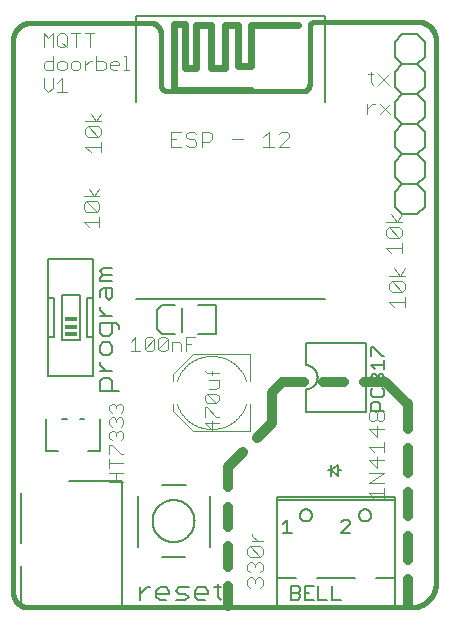
<source format=gto>
G75*
%MOIN*%
%OFA0B0*%
%FSLAX25Y25*%
%IPPOS*%
%LPD*%
%AMOC8*
5,1,8,0,0,1.08239X$1,22.5*
%
%ADD10C,0.00400*%
%ADD11C,0.00600*%
%ADD12C,0.03200*%
%ADD13C,0.01600*%
%ADD14C,0.00800*%
%ADD15C,0.00500*%
%ADD16C,0.02400*%
%ADD17R,0.04000X0.01500*%
D10*
X0037609Y0058622D02*
X0042213Y0058622D01*
X0042213Y0061691D02*
X0037609Y0061691D01*
X0037609Y0063226D02*
X0037609Y0066295D01*
X0037609Y0064761D02*
X0042213Y0064761D01*
X0042213Y0067830D02*
X0041446Y0067830D01*
X0038377Y0070899D01*
X0037609Y0070899D01*
X0037609Y0067830D01*
X0038377Y0072434D02*
X0037609Y0073201D01*
X0037609Y0074736D01*
X0038377Y0075503D01*
X0039144Y0075503D01*
X0039911Y0074736D01*
X0040679Y0075503D01*
X0041446Y0075503D01*
X0042213Y0074736D01*
X0042213Y0073201D01*
X0041446Y0072434D01*
X0039911Y0073968D02*
X0039911Y0074736D01*
X0038377Y0077038D02*
X0037609Y0077805D01*
X0037609Y0079340D01*
X0038377Y0080107D01*
X0039144Y0080107D01*
X0039911Y0079340D01*
X0040679Y0080107D01*
X0041446Y0080107D01*
X0042213Y0079340D01*
X0042213Y0077805D01*
X0041446Y0077038D01*
X0039911Y0078572D02*
X0039911Y0079340D01*
X0038377Y0081642D02*
X0037609Y0082409D01*
X0037609Y0083944D01*
X0038377Y0084711D01*
X0039144Y0084711D01*
X0039911Y0083944D01*
X0040679Y0084711D01*
X0041446Y0084711D01*
X0042213Y0083944D01*
X0042213Y0082409D01*
X0041446Y0081642D01*
X0039911Y0083176D02*
X0039911Y0083944D01*
X0044776Y0102259D02*
X0047846Y0102259D01*
X0046311Y0102259D02*
X0046311Y0106863D01*
X0044776Y0105328D01*
X0049380Y0106096D02*
X0049380Y0103026D01*
X0052450Y0106096D01*
X0052450Y0103026D01*
X0051682Y0102259D01*
X0050148Y0102259D01*
X0049380Y0103026D01*
X0049380Y0106096D02*
X0050148Y0106863D01*
X0051682Y0106863D01*
X0052450Y0106096D01*
X0053984Y0106096D02*
X0054752Y0106863D01*
X0056286Y0106863D01*
X0057054Y0106096D01*
X0053984Y0103026D01*
X0054752Y0102259D01*
X0056286Y0102259D01*
X0057054Y0103026D01*
X0057054Y0106096D01*
X0058588Y0105328D02*
X0060890Y0105328D01*
X0061657Y0104561D01*
X0061657Y0102259D01*
X0063192Y0102259D02*
X0063192Y0106863D01*
X0066261Y0106863D01*
X0064727Y0104561D02*
X0063192Y0104561D01*
X0065564Y0101185D02*
X0084461Y0101185D01*
X0084461Y0092130D01*
X0084461Y0084650D02*
X0084461Y0075594D01*
X0065564Y0075594D01*
X0058871Y0082287D01*
X0058871Y0084650D01*
X0058871Y0092130D02*
X0058871Y0094492D01*
X0065564Y0101185D01*
X0069453Y0095720D02*
X0070220Y0094953D01*
X0074057Y0094953D01*
X0074057Y0092651D02*
X0070987Y0092651D01*
X0071755Y0094186D02*
X0071755Y0095720D01*
X0074057Y0092651D02*
X0074057Y0090349D01*
X0073289Y0089582D01*
X0070987Y0089582D01*
X0060051Y0084650D02*
X0060146Y0084367D01*
X0060248Y0084086D01*
X0060357Y0083809D01*
X0060472Y0083533D01*
X0060594Y0083261D01*
X0060723Y0082992D01*
X0060858Y0082726D01*
X0061000Y0082464D01*
X0061148Y0082205D01*
X0061302Y0081949D01*
X0061463Y0081698D01*
X0061630Y0081450D01*
X0061802Y0081207D01*
X0061981Y0080968D01*
X0062165Y0080733D01*
X0062355Y0080503D01*
X0062551Y0080278D01*
X0062752Y0080058D01*
X0062958Y0079842D01*
X0063170Y0079632D01*
X0063386Y0079427D01*
X0063608Y0079227D01*
X0063835Y0079033D01*
X0064066Y0078844D01*
X0064301Y0078661D01*
X0064541Y0078484D01*
X0064786Y0078313D01*
X0065034Y0078148D01*
X0065287Y0077989D01*
X0065543Y0077836D01*
X0065803Y0077689D01*
X0066066Y0077549D01*
X0066333Y0077415D01*
X0066603Y0077288D01*
X0066876Y0077168D01*
X0067151Y0077054D01*
X0067430Y0076947D01*
X0067711Y0076847D01*
X0067994Y0076754D01*
X0068280Y0076667D01*
X0068568Y0076588D01*
X0068857Y0076516D01*
X0069148Y0076451D01*
X0069441Y0076393D01*
X0069735Y0076342D01*
X0070030Y0076298D01*
X0070326Y0076262D01*
X0070623Y0076233D01*
X0070921Y0076211D01*
X0071219Y0076196D01*
X0071517Y0076189D01*
X0071815Y0076189D01*
X0072113Y0076196D01*
X0072411Y0076211D01*
X0072709Y0076233D01*
X0073006Y0076262D01*
X0073302Y0076298D01*
X0073597Y0076342D01*
X0073891Y0076393D01*
X0074184Y0076451D01*
X0074475Y0076516D01*
X0074764Y0076588D01*
X0075052Y0076667D01*
X0075338Y0076754D01*
X0075621Y0076847D01*
X0075902Y0076947D01*
X0076181Y0077054D01*
X0076456Y0077168D01*
X0076729Y0077288D01*
X0076999Y0077415D01*
X0077266Y0077549D01*
X0077529Y0077689D01*
X0077789Y0077836D01*
X0078045Y0077989D01*
X0078298Y0078148D01*
X0078546Y0078313D01*
X0078791Y0078484D01*
X0079031Y0078661D01*
X0079266Y0078844D01*
X0079497Y0079033D01*
X0079724Y0079227D01*
X0079946Y0079427D01*
X0080162Y0079632D01*
X0080374Y0079842D01*
X0080580Y0080058D01*
X0080781Y0080278D01*
X0080977Y0080503D01*
X0081167Y0080733D01*
X0081351Y0080968D01*
X0081530Y0081207D01*
X0081702Y0081450D01*
X0081869Y0081698D01*
X0082030Y0081949D01*
X0082184Y0082205D01*
X0082332Y0082464D01*
X0082474Y0082726D01*
X0082609Y0082992D01*
X0082738Y0083261D01*
X0082860Y0083533D01*
X0082975Y0083809D01*
X0083084Y0084086D01*
X0083186Y0084367D01*
X0083281Y0084650D01*
X0074057Y0085745D02*
X0073289Y0084978D01*
X0070220Y0088047D01*
X0073289Y0088047D01*
X0074057Y0087280D01*
X0074057Y0085745D01*
X0073289Y0084978D02*
X0070220Y0084978D01*
X0069453Y0085745D01*
X0069453Y0087280D01*
X0070220Y0088047D01*
X0060051Y0092130D02*
X0060146Y0092413D01*
X0060248Y0092694D01*
X0060357Y0092971D01*
X0060472Y0093247D01*
X0060594Y0093519D01*
X0060723Y0093788D01*
X0060858Y0094054D01*
X0061000Y0094316D01*
X0061148Y0094575D01*
X0061302Y0094831D01*
X0061463Y0095082D01*
X0061630Y0095330D01*
X0061802Y0095573D01*
X0061981Y0095812D01*
X0062165Y0096047D01*
X0062355Y0096277D01*
X0062551Y0096502D01*
X0062752Y0096722D01*
X0062958Y0096938D01*
X0063170Y0097148D01*
X0063386Y0097353D01*
X0063608Y0097553D01*
X0063835Y0097747D01*
X0064066Y0097936D01*
X0064301Y0098119D01*
X0064541Y0098296D01*
X0064786Y0098467D01*
X0065034Y0098632D01*
X0065287Y0098791D01*
X0065543Y0098944D01*
X0065803Y0099091D01*
X0066066Y0099231D01*
X0066333Y0099365D01*
X0066603Y0099492D01*
X0066876Y0099612D01*
X0067151Y0099726D01*
X0067430Y0099833D01*
X0067711Y0099933D01*
X0067994Y0100026D01*
X0068280Y0100113D01*
X0068568Y0100192D01*
X0068857Y0100264D01*
X0069148Y0100329D01*
X0069441Y0100387D01*
X0069735Y0100438D01*
X0070030Y0100482D01*
X0070326Y0100518D01*
X0070623Y0100547D01*
X0070921Y0100569D01*
X0071219Y0100584D01*
X0071517Y0100591D01*
X0071815Y0100591D01*
X0072113Y0100584D01*
X0072411Y0100569D01*
X0072709Y0100547D01*
X0073006Y0100518D01*
X0073302Y0100482D01*
X0073597Y0100438D01*
X0073891Y0100387D01*
X0074184Y0100329D01*
X0074475Y0100264D01*
X0074764Y0100192D01*
X0075052Y0100113D01*
X0075338Y0100026D01*
X0075621Y0099933D01*
X0075902Y0099833D01*
X0076181Y0099726D01*
X0076456Y0099612D01*
X0076729Y0099492D01*
X0076999Y0099365D01*
X0077266Y0099231D01*
X0077529Y0099091D01*
X0077789Y0098944D01*
X0078045Y0098791D01*
X0078298Y0098632D01*
X0078546Y0098467D01*
X0078791Y0098296D01*
X0079031Y0098119D01*
X0079266Y0097936D01*
X0079497Y0097747D01*
X0079724Y0097553D01*
X0079946Y0097353D01*
X0080162Y0097148D01*
X0080374Y0096938D01*
X0080580Y0096722D01*
X0080781Y0096502D01*
X0080977Y0096277D01*
X0081167Y0096047D01*
X0081351Y0095812D01*
X0081530Y0095573D01*
X0081702Y0095330D01*
X0081869Y0095082D01*
X0082030Y0094831D01*
X0082184Y0094575D01*
X0082332Y0094316D01*
X0082474Y0094054D01*
X0082609Y0093788D01*
X0082738Y0093519D01*
X0082860Y0093247D01*
X0082975Y0092971D01*
X0083084Y0092694D01*
X0083186Y0092413D01*
X0083281Y0092130D01*
X0074057Y0080374D02*
X0073289Y0080374D01*
X0070220Y0083443D01*
X0069453Y0083443D01*
X0069453Y0080374D01*
X0069453Y0078072D02*
X0071755Y0075770D01*
X0071755Y0078839D01*
X0074057Y0078072D02*
X0069453Y0078072D01*
X0058588Y0102259D02*
X0058588Y0105328D01*
X0053984Y0106096D02*
X0053984Y0103026D01*
X0039911Y0061691D02*
X0039911Y0058622D01*
X0083522Y0036197D02*
X0084390Y0037064D01*
X0087859Y0033595D01*
X0088727Y0034462D01*
X0088727Y0036197D01*
X0087859Y0037064D01*
X0084390Y0037064D01*
X0083522Y0036197D02*
X0083522Y0034462D01*
X0084390Y0033595D01*
X0087859Y0033595D01*
X0087859Y0031908D02*
X0086992Y0031908D01*
X0086125Y0031041D01*
X0086125Y0030173D01*
X0086125Y0031041D02*
X0085257Y0031908D01*
X0084390Y0031908D01*
X0083522Y0031041D01*
X0083522Y0029306D01*
X0084390Y0028438D01*
X0084390Y0026752D02*
X0085257Y0026752D01*
X0086125Y0025884D01*
X0086992Y0026752D01*
X0087859Y0026752D01*
X0088727Y0025884D01*
X0088727Y0024149D01*
X0087859Y0023282D01*
X0086125Y0025017D02*
X0086125Y0025884D01*
X0087859Y0028438D02*
X0088727Y0029306D01*
X0088727Y0031041D01*
X0087859Y0031908D01*
X0084390Y0026752D02*
X0083522Y0025884D01*
X0083522Y0024149D01*
X0084390Y0023282D01*
X0085257Y0038751D02*
X0088727Y0038751D01*
X0086992Y0038751D02*
X0085257Y0040486D01*
X0085257Y0041353D01*
X0124075Y0054765D02*
X0129280Y0054765D01*
X0129280Y0053030D02*
X0129280Y0056500D01*
X0129280Y0058186D02*
X0124075Y0058186D01*
X0129280Y0061656D01*
X0124075Y0061656D01*
X0126677Y0063343D02*
X0124075Y0065945D01*
X0129280Y0065945D01*
X0129280Y0068499D02*
X0129280Y0071969D01*
X0129280Y0070234D02*
X0124075Y0070234D01*
X0125810Y0068499D01*
X0126677Y0066812D02*
X0126677Y0063343D01*
X0124075Y0054765D02*
X0125810Y0053030D01*
X0126677Y0073656D02*
X0126677Y0077125D01*
X0125810Y0078812D02*
X0124942Y0078812D01*
X0124075Y0079679D01*
X0124075Y0081414D01*
X0124942Y0082282D01*
X0125810Y0082282D01*
X0126677Y0081414D01*
X0126677Y0079679D01*
X0125810Y0078812D01*
X0126677Y0079679D02*
X0127545Y0078812D01*
X0128412Y0078812D01*
X0129280Y0079679D01*
X0129280Y0081414D01*
X0128412Y0082282D01*
X0127545Y0082282D01*
X0126677Y0081414D01*
X0124075Y0076258D02*
X0126677Y0073656D01*
X0124075Y0076258D02*
X0129280Y0076258D01*
X0132601Y0116892D02*
X0130866Y0118627D01*
X0136071Y0118627D01*
X0136071Y0116892D02*
X0136071Y0120362D01*
X0135203Y0122049D02*
X0131734Y0125518D01*
X0135203Y0125518D01*
X0136071Y0124651D01*
X0136071Y0122916D01*
X0135203Y0122049D01*
X0131734Y0122049D01*
X0130866Y0122916D01*
X0130866Y0124651D01*
X0131734Y0125518D01*
X0130866Y0127205D02*
X0136071Y0127205D01*
X0134336Y0127205D02*
X0136071Y0129807D01*
X0134336Y0127205D02*
X0132601Y0129807D01*
X0131608Y0134846D02*
X0129873Y0136580D01*
X0135077Y0136580D01*
X0135077Y0134846D02*
X0135077Y0138315D01*
X0134210Y0140002D02*
X0130740Y0143472D01*
X0134210Y0143472D01*
X0135077Y0142604D01*
X0135077Y0140869D01*
X0134210Y0140002D01*
X0130740Y0140002D01*
X0129873Y0140869D01*
X0129873Y0142604D01*
X0130740Y0143472D01*
X0129873Y0145158D02*
X0135077Y0145158D01*
X0133342Y0145158D02*
X0135077Y0147761D01*
X0133342Y0145158D02*
X0131608Y0147761D01*
X0131208Y0181109D02*
X0127738Y0184579D01*
X0126043Y0184579D02*
X0125176Y0184579D01*
X0123441Y0182844D01*
X0123441Y0181109D02*
X0123441Y0184579D01*
X0127738Y0181109D02*
X0131208Y0184579D01*
X0130742Y0190952D02*
X0127272Y0194422D01*
X0125569Y0194422D02*
X0123835Y0194422D01*
X0124702Y0195289D02*
X0124702Y0191819D01*
X0125569Y0190952D01*
X0127272Y0190952D02*
X0130742Y0194422D01*
X0097593Y0174478D02*
X0097593Y0173611D01*
X0094123Y0170141D01*
X0097593Y0170141D01*
X0097593Y0174478D02*
X0096726Y0175345D01*
X0094991Y0175345D01*
X0094123Y0174478D01*
X0090702Y0175345D02*
X0090702Y0170141D01*
X0088967Y0170141D02*
X0092437Y0170141D01*
X0088967Y0173611D02*
X0090702Y0175345D01*
X0082124Y0172743D02*
X0078654Y0172743D01*
X0071811Y0172743D02*
X0070944Y0171876D01*
X0068341Y0171876D01*
X0068341Y0170141D02*
X0068341Y0175345D01*
X0070944Y0175345D01*
X0071811Y0174478D01*
X0071811Y0172743D01*
X0066655Y0171876D02*
X0066655Y0171008D01*
X0065787Y0170141D01*
X0064052Y0170141D01*
X0063185Y0171008D01*
X0061498Y0170141D02*
X0058029Y0170141D01*
X0058029Y0175345D01*
X0061498Y0175345D01*
X0063185Y0174478D02*
X0063185Y0173611D01*
X0064052Y0172743D01*
X0065787Y0172743D01*
X0066655Y0171876D01*
X0066655Y0174478D02*
X0065787Y0175345D01*
X0064052Y0175345D01*
X0063185Y0174478D01*
X0059764Y0172743D02*
X0058029Y0172743D01*
X0044053Y0195955D02*
X0042518Y0195955D01*
X0043286Y0195955D02*
X0043286Y0200559D01*
X0042518Y0200559D01*
X0040216Y0199024D02*
X0040984Y0198257D01*
X0040984Y0197490D01*
X0037915Y0197490D01*
X0037915Y0198257D02*
X0037915Y0196722D01*
X0038682Y0195955D01*
X0040216Y0195955D01*
X0040216Y0199024D02*
X0038682Y0199024D01*
X0037915Y0198257D01*
X0036380Y0198257D02*
X0036380Y0196722D01*
X0035613Y0195955D01*
X0033311Y0195955D01*
X0033311Y0200559D01*
X0033311Y0199024D02*
X0035613Y0199024D01*
X0036380Y0198257D01*
X0031776Y0199024D02*
X0031009Y0199024D01*
X0029474Y0197490D01*
X0029474Y0199024D02*
X0029474Y0195955D01*
X0027939Y0196722D02*
X0027939Y0198257D01*
X0027172Y0199024D01*
X0025637Y0199024D01*
X0024870Y0198257D01*
X0024870Y0196722D01*
X0025637Y0195955D01*
X0027172Y0195955D01*
X0027939Y0196722D01*
X0023335Y0196722D02*
X0023335Y0198257D01*
X0022568Y0199024D01*
X0021033Y0199024D01*
X0020266Y0198257D01*
X0020266Y0196722D01*
X0021033Y0195955D01*
X0022568Y0195955D01*
X0023335Y0196722D01*
X0021801Y0193059D02*
X0021801Y0188455D01*
X0023335Y0188455D02*
X0020266Y0188455D01*
X0018731Y0189990D02*
X0018731Y0193059D01*
X0020266Y0191524D02*
X0021801Y0193059D01*
X0018731Y0195955D02*
X0016430Y0195955D01*
X0015662Y0196722D01*
X0015662Y0198257D01*
X0016430Y0199024D01*
X0018731Y0199024D01*
X0018731Y0200559D02*
X0018731Y0195955D01*
X0015662Y0193059D02*
X0015662Y0189990D01*
X0017197Y0188455D01*
X0018731Y0189990D01*
X0018731Y0203455D02*
X0018731Y0208059D01*
X0017197Y0206524D01*
X0015662Y0208059D01*
X0015662Y0203455D01*
X0020266Y0204222D02*
X0021033Y0203455D01*
X0022568Y0203455D01*
X0023335Y0204222D01*
X0023335Y0207292D01*
X0022568Y0208059D01*
X0021033Y0208059D01*
X0020266Y0207292D01*
X0020266Y0204222D01*
X0021801Y0204990D02*
X0023335Y0203455D01*
X0026405Y0203455D02*
X0026405Y0208059D01*
X0027939Y0208059D02*
X0024870Y0208059D01*
X0029474Y0208059D02*
X0032543Y0208059D01*
X0031009Y0208059D02*
X0031009Y0203455D01*
X0031339Y0181369D02*
X0033074Y0178767D01*
X0034809Y0181369D01*
X0034809Y0178767D02*
X0029604Y0178767D01*
X0030472Y0177080D02*
X0033941Y0173611D01*
X0034809Y0174478D01*
X0034809Y0176213D01*
X0033941Y0177080D01*
X0030472Y0177080D01*
X0029604Y0176213D01*
X0029604Y0174478D01*
X0030472Y0173611D01*
X0033941Y0173611D01*
X0034809Y0171924D02*
X0034809Y0168454D01*
X0034809Y0170189D02*
X0029604Y0170189D01*
X0031339Y0168454D01*
X0030739Y0156366D02*
X0032474Y0153764D01*
X0034209Y0156366D01*
X0034209Y0153764D02*
X0029004Y0153764D01*
X0029872Y0152077D02*
X0029004Y0151210D01*
X0029004Y0149475D01*
X0029872Y0148608D01*
X0033341Y0148608D01*
X0029872Y0152077D01*
X0033341Y0152077D01*
X0034209Y0151210D01*
X0034209Y0149475D01*
X0033341Y0148608D01*
X0034209Y0146921D02*
X0034209Y0143451D01*
X0034209Y0145186D02*
X0029004Y0145186D01*
X0030739Y0143451D01*
D11*
X0032260Y0133030D02*
X0032260Y0120030D01*
X0032260Y0107030D01*
X0030260Y0107030D01*
X0030260Y0120030D01*
X0032260Y0120030D01*
X0034332Y0120173D02*
X0034332Y0122309D01*
X0035400Y0123376D01*
X0038602Y0123376D01*
X0038602Y0120173D01*
X0037535Y0119106D01*
X0036467Y0120173D01*
X0036467Y0123376D01*
X0034332Y0125551D02*
X0034332Y0126619D01*
X0035400Y0127686D01*
X0034332Y0128754D01*
X0035400Y0129822D01*
X0038602Y0129822D01*
X0038602Y0127686D02*
X0035400Y0127686D01*
X0034332Y0125551D02*
X0038602Y0125551D01*
X0034332Y0116937D02*
X0034332Y0115870D01*
X0036467Y0113735D01*
X0038602Y0113735D02*
X0034332Y0113735D01*
X0034332Y0111559D02*
X0034332Y0108357D01*
X0035400Y0107289D01*
X0037535Y0107289D01*
X0038602Y0108357D01*
X0038602Y0111559D01*
X0039670Y0111559D02*
X0034332Y0111559D01*
X0032260Y0107030D02*
X0032260Y0094030D01*
X0017260Y0094030D01*
X0017260Y0107030D01*
X0017260Y0120030D01*
X0019260Y0120030D01*
X0019260Y0107030D01*
X0017260Y0107030D01*
X0021760Y0106030D02*
X0027760Y0106030D01*
X0027760Y0121030D01*
X0021760Y0121030D01*
X0021760Y0106030D01*
X0017260Y0120030D02*
X0017260Y0133030D01*
X0032260Y0133030D01*
X0039670Y0111559D02*
X0040738Y0110492D01*
X0040738Y0109424D01*
X0037535Y0105114D02*
X0035400Y0105114D01*
X0034332Y0104046D01*
X0034332Y0101911D01*
X0035400Y0100844D01*
X0037535Y0100844D01*
X0038602Y0101911D01*
X0038602Y0104046D01*
X0037535Y0105114D01*
X0034332Y0098675D02*
X0034332Y0097607D01*
X0036467Y0095472D01*
X0038602Y0095472D02*
X0034332Y0095472D01*
X0035400Y0093297D02*
X0037535Y0093297D01*
X0038602Y0092230D01*
X0038602Y0089027D01*
X0040738Y0089027D02*
X0034332Y0089027D01*
X0034332Y0092230D01*
X0035400Y0093297D01*
X0034550Y0079482D02*
X0034550Y0068802D01*
X0030381Y0068802D01*
X0029290Y0079513D02*
X0027877Y0079513D01*
X0023384Y0079513D02*
X0021972Y0079513D01*
X0016657Y0079482D02*
X0016657Y0068802D01*
X0020628Y0068802D01*
X0047950Y0023450D02*
X0047950Y0019180D01*
X0047950Y0021315D02*
X0050085Y0023450D01*
X0051152Y0023450D01*
X0053321Y0022382D02*
X0053321Y0020247D01*
X0054388Y0019180D01*
X0056524Y0019180D01*
X0057591Y0021315D02*
X0053321Y0021315D01*
X0053321Y0022382D02*
X0054388Y0023450D01*
X0056524Y0023450D01*
X0057591Y0022382D01*
X0057591Y0021315D01*
X0059766Y0022382D02*
X0060834Y0023450D01*
X0064037Y0023450D01*
X0062969Y0021315D02*
X0060834Y0021315D01*
X0059766Y0022382D01*
X0059766Y0019180D02*
X0062969Y0019180D01*
X0064037Y0020247D01*
X0062969Y0021315D01*
X0066212Y0021315D02*
X0070482Y0021315D01*
X0070482Y0022382D01*
X0069415Y0023450D01*
X0067279Y0023450D01*
X0066212Y0022382D01*
X0066212Y0020247D01*
X0067279Y0019180D01*
X0069415Y0019180D01*
X0073725Y0020247D02*
X0073725Y0024517D01*
X0074792Y0023450D02*
X0072657Y0023450D01*
X0073725Y0020247D02*
X0074792Y0019180D01*
X0093363Y0017283D02*
X0093363Y0026685D01*
X0093363Y0052685D01*
X0093363Y0053484D01*
X0132662Y0053484D01*
X0132662Y0052685D01*
X0132662Y0026685D01*
X0132662Y0017283D01*
X0093363Y0017283D01*
X0093363Y0026685D02*
X0099662Y0026685D01*
X0106662Y0026685D02*
X0119363Y0026685D01*
X0126363Y0026685D02*
X0132662Y0026685D01*
X0120862Y0047483D02*
X0120864Y0047572D01*
X0120870Y0047661D01*
X0120880Y0047750D01*
X0120894Y0047838D01*
X0120911Y0047925D01*
X0120933Y0048011D01*
X0120959Y0048097D01*
X0120988Y0048181D01*
X0121021Y0048264D01*
X0121057Y0048345D01*
X0121098Y0048425D01*
X0121141Y0048502D01*
X0121188Y0048578D01*
X0121239Y0048651D01*
X0121292Y0048722D01*
X0121349Y0048791D01*
X0121409Y0048857D01*
X0121472Y0048921D01*
X0121537Y0048981D01*
X0121605Y0049039D01*
X0121676Y0049093D01*
X0121749Y0049144D01*
X0121824Y0049192D01*
X0121901Y0049237D01*
X0121980Y0049278D01*
X0122061Y0049315D01*
X0122143Y0049349D01*
X0122227Y0049380D01*
X0122312Y0049406D01*
X0122398Y0049429D01*
X0122485Y0049447D01*
X0122573Y0049462D01*
X0122662Y0049473D01*
X0122751Y0049480D01*
X0122840Y0049483D01*
X0122929Y0049482D01*
X0123018Y0049477D01*
X0123106Y0049468D01*
X0123195Y0049455D01*
X0123282Y0049438D01*
X0123369Y0049418D01*
X0123455Y0049393D01*
X0123539Y0049365D01*
X0123622Y0049333D01*
X0123704Y0049297D01*
X0123784Y0049258D01*
X0123862Y0049215D01*
X0123938Y0049169D01*
X0124012Y0049119D01*
X0124084Y0049066D01*
X0124153Y0049010D01*
X0124220Y0048951D01*
X0124284Y0048889D01*
X0124345Y0048825D01*
X0124404Y0048757D01*
X0124459Y0048687D01*
X0124511Y0048615D01*
X0124560Y0048540D01*
X0124605Y0048464D01*
X0124647Y0048385D01*
X0124685Y0048305D01*
X0124720Y0048223D01*
X0124751Y0048139D01*
X0124779Y0048054D01*
X0124802Y0047968D01*
X0124822Y0047881D01*
X0124838Y0047794D01*
X0124850Y0047705D01*
X0124858Y0047617D01*
X0124862Y0047528D01*
X0124862Y0047438D01*
X0124858Y0047349D01*
X0124850Y0047261D01*
X0124838Y0047172D01*
X0124822Y0047085D01*
X0124802Y0046998D01*
X0124779Y0046912D01*
X0124751Y0046827D01*
X0124720Y0046743D01*
X0124685Y0046661D01*
X0124647Y0046581D01*
X0124605Y0046502D01*
X0124560Y0046426D01*
X0124511Y0046351D01*
X0124459Y0046279D01*
X0124404Y0046209D01*
X0124345Y0046141D01*
X0124284Y0046077D01*
X0124220Y0046015D01*
X0124153Y0045956D01*
X0124084Y0045900D01*
X0124012Y0045847D01*
X0123938Y0045797D01*
X0123862Y0045751D01*
X0123784Y0045708D01*
X0123704Y0045669D01*
X0123622Y0045633D01*
X0123539Y0045601D01*
X0123455Y0045573D01*
X0123369Y0045548D01*
X0123282Y0045528D01*
X0123195Y0045511D01*
X0123106Y0045498D01*
X0123018Y0045489D01*
X0122929Y0045484D01*
X0122840Y0045483D01*
X0122751Y0045486D01*
X0122662Y0045493D01*
X0122573Y0045504D01*
X0122485Y0045519D01*
X0122398Y0045537D01*
X0122312Y0045560D01*
X0122227Y0045586D01*
X0122143Y0045617D01*
X0122061Y0045651D01*
X0121980Y0045688D01*
X0121901Y0045729D01*
X0121824Y0045774D01*
X0121749Y0045822D01*
X0121676Y0045873D01*
X0121605Y0045927D01*
X0121537Y0045985D01*
X0121472Y0046045D01*
X0121409Y0046109D01*
X0121349Y0046175D01*
X0121292Y0046244D01*
X0121239Y0046315D01*
X0121188Y0046388D01*
X0121141Y0046464D01*
X0121098Y0046541D01*
X0121057Y0046621D01*
X0121021Y0046702D01*
X0120988Y0046785D01*
X0120959Y0046869D01*
X0120933Y0046955D01*
X0120911Y0047041D01*
X0120894Y0047128D01*
X0120880Y0047216D01*
X0120870Y0047305D01*
X0120864Y0047394D01*
X0120862Y0047483D01*
X0132662Y0052685D02*
X0093363Y0052685D01*
X0101162Y0047483D02*
X0101164Y0047572D01*
X0101170Y0047661D01*
X0101180Y0047750D01*
X0101194Y0047838D01*
X0101211Y0047925D01*
X0101233Y0048011D01*
X0101259Y0048097D01*
X0101288Y0048181D01*
X0101321Y0048264D01*
X0101357Y0048345D01*
X0101398Y0048425D01*
X0101441Y0048502D01*
X0101488Y0048578D01*
X0101539Y0048651D01*
X0101592Y0048722D01*
X0101649Y0048791D01*
X0101709Y0048857D01*
X0101772Y0048921D01*
X0101837Y0048981D01*
X0101905Y0049039D01*
X0101976Y0049093D01*
X0102049Y0049144D01*
X0102124Y0049192D01*
X0102201Y0049237D01*
X0102280Y0049278D01*
X0102361Y0049315D01*
X0102443Y0049349D01*
X0102527Y0049380D01*
X0102612Y0049406D01*
X0102698Y0049429D01*
X0102785Y0049447D01*
X0102873Y0049462D01*
X0102962Y0049473D01*
X0103051Y0049480D01*
X0103140Y0049483D01*
X0103229Y0049482D01*
X0103318Y0049477D01*
X0103406Y0049468D01*
X0103495Y0049455D01*
X0103582Y0049438D01*
X0103669Y0049418D01*
X0103755Y0049393D01*
X0103839Y0049365D01*
X0103922Y0049333D01*
X0104004Y0049297D01*
X0104084Y0049258D01*
X0104162Y0049215D01*
X0104238Y0049169D01*
X0104312Y0049119D01*
X0104384Y0049066D01*
X0104453Y0049010D01*
X0104520Y0048951D01*
X0104584Y0048889D01*
X0104645Y0048825D01*
X0104704Y0048757D01*
X0104759Y0048687D01*
X0104811Y0048615D01*
X0104860Y0048540D01*
X0104905Y0048464D01*
X0104947Y0048385D01*
X0104985Y0048305D01*
X0105020Y0048223D01*
X0105051Y0048139D01*
X0105079Y0048054D01*
X0105102Y0047968D01*
X0105122Y0047881D01*
X0105138Y0047794D01*
X0105150Y0047705D01*
X0105158Y0047617D01*
X0105162Y0047528D01*
X0105162Y0047438D01*
X0105158Y0047349D01*
X0105150Y0047261D01*
X0105138Y0047172D01*
X0105122Y0047085D01*
X0105102Y0046998D01*
X0105079Y0046912D01*
X0105051Y0046827D01*
X0105020Y0046743D01*
X0104985Y0046661D01*
X0104947Y0046581D01*
X0104905Y0046502D01*
X0104860Y0046426D01*
X0104811Y0046351D01*
X0104759Y0046279D01*
X0104704Y0046209D01*
X0104645Y0046141D01*
X0104584Y0046077D01*
X0104520Y0046015D01*
X0104453Y0045956D01*
X0104384Y0045900D01*
X0104312Y0045847D01*
X0104238Y0045797D01*
X0104162Y0045751D01*
X0104084Y0045708D01*
X0104004Y0045669D01*
X0103922Y0045633D01*
X0103839Y0045601D01*
X0103755Y0045573D01*
X0103669Y0045548D01*
X0103582Y0045528D01*
X0103495Y0045511D01*
X0103406Y0045498D01*
X0103318Y0045489D01*
X0103229Y0045484D01*
X0103140Y0045483D01*
X0103051Y0045486D01*
X0102962Y0045493D01*
X0102873Y0045504D01*
X0102785Y0045519D01*
X0102698Y0045537D01*
X0102612Y0045560D01*
X0102527Y0045586D01*
X0102443Y0045617D01*
X0102361Y0045651D01*
X0102280Y0045688D01*
X0102201Y0045729D01*
X0102124Y0045774D01*
X0102049Y0045822D01*
X0101976Y0045873D01*
X0101905Y0045927D01*
X0101837Y0045985D01*
X0101772Y0046045D01*
X0101709Y0046109D01*
X0101649Y0046175D01*
X0101592Y0046244D01*
X0101539Y0046315D01*
X0101488Y0046388D01*
X0101441Y0046464D01*
X0101398Y0046541D01*
X0101357Y0046621D01*
X0101321Y0046702D01*
X0101288Y0046785D01*
X0101259Y0046869D01*
X0101233Y0046955D01*
X0101211Y0047041D01*
X0101194Y0047128D01*
X0101180Y0047216D01*
X0101170Y0047305D01*
X0101164Y0047394D01*
X0101162Y0047483D01*
X0103005Y0082008D02*
X0103005Y0089508D01*
X0103131Y0089510D01*
X0103256Y0089516D01*
X0103381Y0089526D01*
X0103506Y0089540D01*
X0103631Y0089557D01*
X0103755Y0089579D01*
X0103878Y0089604D01*
X0104000Y0089634D01*
X0104121Y0089667D01*
X0104241Y0089704D01*
X0104360Y0089744D01*
X0104477Y0089789D01*
X0104594Y0089837D01*
X0104708Y0089889D01*
X0104821Y0089944D01*
X0104932Y0090003D01*
X0105041Y0090065D01*
X0105148Y0090131D01*
X0105253Y0090200D01*
X0105356Y0090272D01*
X0105457Y0090347D01*
X0105555Y0090426D01*
X0105650Y0090508D01*
X0105743Y0090592D01*
X0105833Y0090680D01*
X0105921Y0090770D01*
X0106005Y0090863D01*
X0106087Y0090958D01*
X0106166Y0091056D01*
X0106241Y0091157D01*
X0106313Y0091260D01*
X0106382Y0091365D01*
X0106448Y0091472D01*
X0106510Y0091581D01*
X0106569Y0091692D01*
X0106624Y0091805D01*
X0106676Y0091919D01*
X0106724Y0092036D01*
X0106769Y0092153D01*
X0106809Y0092272D01*
X0106846Y0092392D01*
X0106879Y0092513D01*
X0106909Y0092635D01*
X0106934Y0092758D01*
X0106956Y0092882D01*
X0106973Y0093007D01*
X0106987Y0093132D01*
X0106997Y0093257D01*
X0107003Y0093382D01*
X0107005Y0093508D01*
X0107003Y0093634D01*
X0106997Y0093759D01*
X0106987Y0093884D01*
X0106973Y0094009D01*
X0106956Y0094134D01*
X0106934Y0094258D01*
X0106909Y0094381D01*
X0106879Y0094503D01*
X0106846Y0094624D01*
X0106809Y0094744D01*
X0106769Y0094863D01*
X0106724Y0094980D01*
X0106676Y0095097D01*
X0106624Y0095211D01*
X0106569Y0095324D01*
X0106510Y0095435D01*
X0106448Y0095544D01*
X0106382Y0095651D01*
X0106313Y0095756D01*
X0106241Y0095859D01*
X0106166Y0095960D01*
X0106087Y0096058D01*
X0106005Y0096153D01*
X0105921Y0096246D01*
X0105833Y0096336D01*
X0105743Y0096424D01*
X0105650Y0096508D01*
X0105555Y0096590D01*
X0105457Y0096669D01*
X0105356Y0096744D01*
X0105253Y0096816D01*
X0105148Y0096885D01*
X0105041Y0096951D01*
X0104932Y0097013D01*
X0104821Y0097072D01*
X0104708Y0097127D01*
X0104594Y0097179D01*
X0104477Y0097227D01*
X0104360Y0097272D01*
X0104241Y0097312D01*
X0104121Y0097349D01*
X0104000Y0097382D01*
X0103878Y0097412D01*
X0103755Y0097437D01*
X0103631Y0097459D01*
X0103506Y0097476D01*
X0103381Y0097490D01*
X0103256Y0097500D01*
X0103131Y0097506D01*
X0103005Y0097508D01*
X0103005Y0105008D01*
X0123005Y0105008D01*
X0123005Y0082008D01*
X0103005Y0082008D01*
X0135246Y0147787D02*
X0132746Y0150287D01*
X0132746Y0155287D01*
X0135246Y0157787D01*
X0132746Y0160287D01*
X0132746Y0165287D01*
X0135246Y0167787D01*
X0132746Y0170287D01*
X0132746Y0175287D01*
X0135246Y0177787D01*
X0132746Y0180287D01*
X0132746Y0185287D01*
X0135246Y0187787D01*
X0132746Y0190287D01*
X0132746Y0195287D01*
X0135246Y0197787D01*
X0132746Y0200287D01*
X0132746Y0205287D01*
X0135246Y0207787D01*
X0140246Y0207787D01*
X0142746Y0205287D01*
X0142746Y0200287D01*
X0140246Y0197787D01*
X0142746Y0195287D01*
X0142746Y0190287D01*
X0140246Y0187787D01*
X0135246Y0187787D01*
X0140246Y0187787D02*
X0142746Y0185287D01*
X0142746Y0180287D01*
X0140246Y0177787D01*
X0142746Y0175287D01*
X0142746Y0170287D01*
X0140246Y0167787D01*
X0142746Y0165287D01*
X0142746Y0160287D01*
X0140246Y0157787D01*
X0142746Y0155287D01*
X0142746Y0150287D01*
X0140246Y0147787D01*
X0135246Y0147787D01*
X0135246Y0157787D02*
X0140246Y0157787D01*
X0140246Y0167787D02*
X0135246Y0167787D01*
X0135246Y0177787D02*
X0140246Y0177787D01*
X0140246Y0197787D02*
X0135246Y0197787D01*
D12*
X0129540Y0091933D02*
X0122390Y0091933D01*
X0115990Y0091933D02*
X0108839Y0091933D01*
X0102439Y0091933D02*
X0095288Y0091933D01*
X0091745Y0088390D01*
X0091745Y0078154D01*
X0086724Y0073133D01*
X0082199Y0068607D02*
X0077178Y0063587D01*
X0077178Y0056772D01*
X0077178Y0050372D02*
X0077178Y0043558D01*
X0077178Y0037158D02*
X0077178Y0030344D01*
X0077178Y0023944D02*
X0077178Y0017130D01*
X0137020Y0084453D02*
X0129540Y0091933D01*
X0137020Y0084453D02*
X0137020Y0076266D01*
X0137020Y0069866D02*
X0137020Y0061679D01*
X0137020Y0055279D02*
X0137020Y0047091D01*
X0137020Y0040691D02*
X0137020Y0032504D01*
X0137020Y0026104D02*
X0137020Y0017917D01*
D13*
X0138202Y0016736D02*
X0010643Y0016736D01*
X0010502Y0016738D01*
X0010361Y0016744D01*
X0010220Y0016753D01*
X0010080Y0016767D01*
X0009940Y0016785D01*
X0009801Y0016806D01*
X0009662Y0016831D01*
X0009524Y0016860D01*
X0009387Y0016893D01*
X0009250Y0016929D01*
X0009115Y0016969D01*
X0008981Y0017013D01*
X0008848Y0017061D01*
X0008717Y0017112D01*
X0008587Y0017167D01*
X0008459Y0017226D01*
X0008332Y0017287D01*
X0008207Y0017353D01*
X0008084Y0017422D01*
X0007963Y0017494D01*
X0007844Y0017569D01*
X0007727Y0017648D01*
X0007612Y0017730D01*
X0007499Y0017815D01*
X0007389Y0017903D01*
X0007282Y0017994D01*
X0007177Y0018089D01*
X0007074Y0018186D01*
X0006975Y0018285D01*
X0006878Y0018388D01*
X0006783Y0018493D01*
X0006692Y0018600D01*
X0006604Y0018710D01*
X0006519Y0018823D01*
X0006437Y0018938D01*
X0006358Y0019055D01*
X0006283Y0019174D01*
X0006211Y0019295D01*
X0006142Y0019418D01*
X0006076Y0019543D01*
X0006015Y0019670D01*
X0005956Y0019798D01*
X0005901Y0019928D01*
X0005850Y0020059D01*
X0005802Y0020192D01*
X0005758Y0020326D01*
X0005718Y0020461D01*
X0005682Y0020598D01*
X0005649Y0020735D01*
X0005620Y0020873D01*
X0005595Y0021012D01*
X0005574Y0021151D01*
X0005556Y0021291D01*
X0005542Y0021431D01*
X0005533Y0021572D01*
X0005527Y0021713D01*
X0005525Y0021854D01*
X0005524Y0021854D02*
X0005524Y0205713D01*
X0005526Y0205865D01*
X0005532Y0206017D01*
X0005542Y0206169D01*
X0005555Y0206320D01*
X0005573Y0206471D01*
X0005594Y0206622D01*
X0005620Y0206772D01*
X0005649Y0206921D01*
X0005682Y0207070D01*
X0005719Y0207217D01*
X0005759Y0207364D01*
X0005804Y0207509D01*
X0005852Y0207653D01*
X0005904Y0207796D01*
X0005959Y0207938D01*
X0006018Y0208078D01*
X0006081Y0208217D01*
X0006147Y0208354D01*
X0006217Y0208489D01*
X0006290Y0208622D01*
X0006367Y0208753D01*
X0006447Y0208883D01*
X0006530Y0209010D01*
X0006616Y0209135D01*
X0006706Y0209258D01*
X0006799Y0209378D01*
X0006895Y0209496D01*
X0006994Y0209612D01*
X0007096Y0209725D01*
X0007200Y0209835D01*
X0007308Y0209943D01*
X0007418Y0210047D01*
X0007531Y0210149D01*
X0007647Y0210248D01*
X0007765Y0210344D01*
X0007885Y0210437D01*
X0008008Y0210527D01*
X0008133Y0210613D01*
X0008260Y0210696D01*
X0008390Y0210776D01*
X0008521Y0210853D01*
X0008654Y0210926D01*
X0008789Y0210996D01*
X0008926Y0211062D01*
X0009065Y0211125D01*
X0009205Y0211184D01*
X0009347Y0211239D01*
X0009490Y0211291D01*
X0009634Y0211339D01*
X0009779Y0211384D01*
X0009926Y0211424D01*
X0010073Y0211461D01*
X0010222Y0211494D01*
X0010371Y0211523D01*
X0010521Y0211549D01*
X0010672Y0211570D01*
X0010823Y0211588D01*
X0010974Y0211601D01*
X0011126Y0211611D01*
X0011278Y0211617D01*
X0011430Y0211619D01*
X0011430Y0211618D02*
X0051194Y0211618D01*
X0051310Y0211616D01*
X0051426Y0211610D01*
X0051541Y0211601D01*
X0051656Y0211588D01*
X0051771Y0211571D01*
X0051885Y0211550D01*
X0051999Y0211525D01*
X0052111Y0211497D01*
X0052222Y0211465D01*
X0052333Y0211430D01*
X0052442Y0211391D01*
X0052550Y0211348D01*
X0052656Y0211302D01*
X0052761Y0211253D01*
X0052864Y0211200D01*
X0052966Y0211143D01*
X0053065Y0211084D01*
X0053162Y0211021D01*
X0053258Y0210955D01*
X0053351Y0210886D01*
X0053442Y0210814D01*
X0053530Y0210739D01*
X0053616Y0210661D01*
X0053699Y0210580D01*
X0053780Y0210497D01*
X0053858Y0210411D01*
X0053933Y0210323D01*
X0054005Y0210232D01*
X0054074Y0210139D01*
X0054140Y0210043D01*
X0054203Y0209946D01*
X0054262Y0209847D01*
X0054319Y0209745D01*
X0054372Y0209642D01*
X0054421Y0209537D01*
X0054467Y0209431D01*
X0054510Y0209323D01*
X0054549Y0209214D01*
X0054584Y0209103D01*
X0054616Y0208992D01*
X0054644Y0208880D01*
X0054669Y0208766D01*
X0054690Y0208652D01*
X0054707Y0208537D01*
X0054720Y0208422D01*
X0054729Y0208307D01*
X0054735Y0208191D01*
X0054737Y0208075D01*
X0054737Y0191146D01*
X0054739Y0191051D01*
X0054745Y0190956D01*
X0054754Y0190861D01*
X0054768Y0190767D01*
X0054785Y0190674D01*
X0054806Y0190581D01*
X0054830Y0190489D01*
X0054859Y0190398D01*
X0054890Y0190308D01*
X0054926Y0190220D01*
X0054965Y0190133D01*
X0055008Y0190048D01*
X0055053Y0189965D01*
X0055103Y0189884D01*
X0055155Y0189804D01*
X0055211Y0189727D01*
X0055269Y0189652D01*
X0055331Y0189580D01*
X0055396Y0189510D01*
X0055463Y0189443D01*
X0055533Y0189378D01*
X0055605Y0189316D01*
X0055680Y0189258D01*
X0055757Y0189202D01*
X0055837Y0189150D01*
X0055918Y0189100D01*
X0056001Y0189055D01*
X0056086Y0189012D01*
X0056173Y0188973D01*
X0056261Y0188937D01*
X0056351Y0188906D01*
X0056442Y0188877D01*
X0056534Y0188853D01*
X0056627Y0188832D01*
X0056720Y0188815D01*
X0056814Y0188801D01*
X0056909Y0188792D01*
X0057004Y0188786D01*
X0057099Y0188784D01*
X0057099Y0188783D02*
X0101981Y0188783D01*
X0101981Y0188784D02*
X0102076Y0188786D01*
X0102171Y0188792D01*
X0102266Y0188801D01*
X0102360Y0188815D01*
X0102453Y0188832D01*
X0102546Y0188853D01*
X0102638Y0188877D01*
X0102729Y0188906D01*
X0102819Y0188937D01*
X0102907Y0188973D01*
X0102994Y0189012D01*
X0103079Y0189055D01*
X0103162Y0189100D01*
X0103243Y0189150D01*
X0103323Y0189202D01*
X0103400Y0189258D01*
X0103475Y0189316D01*
X0103547Y0189378D01*
X0103617Y0189443D01*
X0103684Y0189510D01*
X0103749Y0189580D01*
X0103811Y0189652D01*
X0103869Y0189727D01*
X0103925Y0189804D01*
X0103977Y0189884D01*
X0104027Y0189965D01*
X0104072Y0190048D01*
X0104115Y0190133D01*
X0104154Y0190220D01*
X0104190Y0190308D01*
X0104221Y0190398D01*
X0104250Y0190489D01*
X0104274Y0190581D01*
X0104295Y0190674D01*
X0104312Y0190767D01*
X0104326Y0190861D01*
X0104335Y0190956D01*
X0104341Y0191051D01*
X0104343Y0191146D01*
X0104343Y0210043D01*
X0104345Y0210129D01*
X0104350Y0210215D01*
X0104360Y0210300D01*
X0104373Y0210385D01*
X0104390Y0210469D01*
X0104410Y0210553D01*
X0104434Y0210635D01*
X0104462Y0210716D01*
X0104493Y0210797D01*
X0104527Y0210875D01*
X0104565Y0210952D01*
X0104607Y0211028D01*
X0104651Y0211101D01*
X0104699Y0211172D01*
X0104750Y0211242D01*
X0104804Y0211309D01*
X0104860Y0211373D01*
X0104920Y0211435D01*
X0104982Y0211495D01*
X0105046Y0211551D01*
X0105113Y0211605D01*
X0105183Y0211656D01*
X0105254Y0211704D01*
X0105328Y0211748D01*
X0105403Y0211790D01*
X0105480Y0211828D01*
X0105558Y0211862D01*
X0105639Y0211893D01*
X0105720Y0211921D01*
X0105802Y0211945D01*
X0105886Y0211965D01*
X0105970Y0211982D01*
X0106055Y0211995D01*
X0106140Y0212005D01*
X0106226Y0212010D01*
X0106312Y0212012D01*
X0140170Y0212012D01*
X0140327Y0212010D01*
X0140484Y0212004D01*
X0140641Y0211994D01*
X0140797Y0211981D01*
X0140953Y0211963D01*
X0141109Y0211942D01*
X0141264Y0211916D01*
X0141418Y0211887D01*
X0141572Y0211854D01*
X0141724Y0211817D01*
X0141876Y0211777D01*
X0142027Y0211732D01*
X0142176Y0211684D01*
X0142324Y0211632D01*
X0142471Y0211577D01*
X0142617Y0211517D01*
X0142761Y0211455D01*
X0142903Y0211388D01*
X0143044Y0211318D01*
X0143183Y0211245D01*
X0143320Y0211168D01*
X0143455Y0211088D01*
X0143587Y0211004D01*
X0143718Y0210917D01*
X0143847Y0210827D01*
X0143973Y0210734D01*
X0144097Y0210638D01*
X0144219Y0210538D01*
X0144338Y0210436D01*
X0144454Y0210330D01*
X0144568Y0210222D01*
X0144679Y0210111D01*
X0144787Y0209997D01*
X0144893Y0209881D01*
X0144995Y0209762D01*
X0145095Y0209640D01*
X0145191Y0209516D01*
X0145284Y0209390D01*
X0145374Y0209261D01*
X0145461Y0209130D01*
X0145545Y0208998D01*
X0145625Y0208863D01*
X0145702Y0208726D01*
X0145775Y0208587D01*
X0145845Y0208446D01*
X0145912Y0208304D01*
X0145974Y0208160D01*
X0146034Y0208014D01*
X0146089Y0207867D01*
X0146141Y0207719D01*
X0146189Y0207570D01*
X0146234Y0207419D01*
X0146274Y0207267D01*
X0146311Y0207115D01*
X0146344Y0206961D01*
X0146373Y0206807D01*
X0146399Y0206652D01*
X0146420Y0206496D01*
X0146438Y0206340D01*
X0146451Y0206184D01*
X0146461Y0206027D01*
X0146467Y0205870D01*
X0146469Y0205713D01*
X0146469Y0025004D01*
X0146470Y0025004D02*
X0146468Y0024804D01*
X0146460Y0024605D01*
X0146448Y0024405D01*
X0146431Y0024206D01*
X0146410Y0024007D01*
X0146383Y0023809D01*
X0146352Y0023612D01*
X0146316Y0023415D01*
X0146275Y0023220D01*
X0146230Y0023025D01*
X0146180Y0022832D01*
X0146125Y0022640D01*
X0146065Y0022449D01*
X0146001Y0022260D01*
X0145933Y0022072D01*
X0145860Y0021886D01*
X0145782Y0021702D01*
X0145700Y0021520D01*
X0145614Y0021340D01*
X0145523Y0021162D01*
X0145428Y0020986D01*
X0145329Y0020812D01*
X0145225Y0020641D01*
X0145118Y0020473D01*
X0145006Y0020307D01*
X0144891Y0020144D01*
X0144772Y0019984D01*
X0144648Y0019827D01*
X0144521Y0019672D01*
X0144391Y0019521D01*
X0144256Y0019373D01*
X0144119Y0019229D01*
X0143977Y0019087D01*
X0143833Y0018950D01*
X0143685Y0018815D01*
X0143534Y0018685D01*
X0143379Y0018558D01*
X0143222Y0018434D01*
X0143062Y0018315D01*
X0142899Y0018200D01*
X0142733Y0018088D01*
X0142565Y0017981D01*
X0142394Y0017877D01*
X0142220Y0017778D01*
X0142044Y0017683D01*
X0141866Y0017592D01*
X0141686Y0017506D01*
X0141504Y0017424D01*
X0141320Y0017346D01*
X0141134Y0017273D01*
X0140946Y0017205D01*
X0140757Y0017141D01*
X0140566Y0017081D01*
X0140374Y0017026D01*
X0140181Y0016976D01*
X0139986Y0016931D01*
X0139791Y0016890D01*
X0139594Y0016854D01*
X0139397Y0016823D01*
X0139199Y0016796D01*
X0139000Y0016775D01*
X0138801Y0016758D01*
X0138601Y0016746D01*
X0138402Y0016738D01*
X0138202Y0016736D01*
D14*
X0041732Y0017205D02*
X0008268Y0017205D01*
X0008268Y0030630D01*
X0008268Y0038071D02*
X0008268Y0055000D01*
X0024016Y0058937D02*
X0041732Y0058937D01*
X0041732Y0017205D01*
X0041535Y0017205D01*
X0054992Y0033557D02*
X0062921Y0033557D01*
X0070992Y0037057D02*
X0070992Y0054057D01*
X0063039Y0057557D02*
X0054992Y0057557D01*
X0051992Y0045557D02*
X0051994Y0045729D01*
X0052000Y0045900D01*
X0052011Y0046072D01*
X0052026Y0046243D01*
X0052045Y0046414D01*
X0052068Y0046584D01*
X0052095Y0046754D01*
X0052127Y0046923D01*
X0052162Y0047091D01*
X0052202Y0047258D01*
X0052246Y0047424D01*
X0052293Y0047589D01*
X0052345Y0047753D01*
X0052401Y0047915D01*
X0052461Y0048076D01*
X0052525Y0048236D01*
X0052593Y0048394D01*
X0052664Y0048550D01*
X0052739Y0048704D01*
X0052819Y0048857D01*
X0052901Y0049007D01*
X0052988Y0049156D01*
X0053078Y0049302D01*
X0053172Y0049446D01*
X0053269Y0049588D01*
X0053370Y0049727D01*
X0053474Y0049864D01*
X0053581Y0049998D01*
X0053692Y0050129D01*
X0053805Y0050258D01*
X0053922Y0050384D01*
X0054042Y0050507D01*
X0054165Y0050627D01*
X0054291Y0050744D01*
X0054420Y0050857D01*
X0054551Y0050968D01*
X0054685Y0051075D01*
X0054822Y0051179D01*
X0054961Y0051280D01*
X0055103Y0051377D01*
X0055247Y0051471D01*
X0055393Y0051561D01*
X0055542Y0051648D01*
X0055692Y0051730D01*
X0055845Y0051810D01*
X0055999Y0051885D01*
X0056155Y0051956D01*
X0056313Y0052024D01*
X0056473Y0052088D01*
X0056634Y0052148D01*
X0056796Y0052204D01*
X0056960Y0052256D01*
X0057125Y0052303D01*
X0057291Y0052347D01*
X0057458Y0052387D01*
X0057626Y0052422D01*
X0057795Y0052454D01*
X0057965Y0052481D01*
X0058135Y0052504D01*
X0058306Y0052523D01*
X0058477Y0052538D01*
X0058649Y0052549D01*
X0058820Y0052555D01*
X0058992Y0052557D01*
X0059164Y0052555D01*
X0059335Y0052549D01*
X0059507Y0052538D01*
X0059678Y0052523D01*
X0059849Y0052504D01*
X0060019Y0052481D01*
X0060189Y0052454D01*
X0060358Y0052422D01*
X0060526Y0052387D01*
X0060693Y0052347D01*
X0060859Y0052303D01*
X0061024Y0052256D01*
X0061188Y0052204D01*
X0061350Y0052148D01*
X0061511Y0052088D01*
X0061671Y0052024D01*
X0061829Y0051956D01*
X0061985Y0051885D01*
X0062139Y0051810D01*
X0062292Y0051730D01*
X0062442Y0051648D01*
X0062591Y0051561D01*
X0062737Y0051471D01*
X0062881Y0051377D01*
X0063023Y0051280D01*
X0063162Y0051179D01*
X0063299Y0051075D01*
X0063433Y0050968D01*
X0063564Y0050857D01*
X0063693Y0050744D01*
X0063819Y0050627D01*
X0063942Y0050507D01*
X0064062Y0050384D01*
X0064179Y0050258D01*
X0064292Y0050129D01*
X0064403Y0049998D01*
X0064510Y0049864D01*
X0064614Y0049727D01*
X0064715Y0049588D01*
X0064812Y0049446D01*
X0064906Y0049302D01*
X0064996Y0049156D01*
X0065083Y0049007D01*
X0065165Y0048857D01*
X0065245Y0048704D01*
X0065320Y0048550D01*
X0065391Y0048394D01*
X0065459Y0048236D01*
X0065523Y0048076D01*
X0065583Y0047915D01*
X0065639Y0047753D01*
X0065691Y0047589D01*
X0065738Y0047424D01*
X0065782Y0047258D01*
X0065822Y0047091D01*
X0065857Y0046923D01*
X0065889Y0046754D01*
X0065916Y0046584D01*
X0065939Y0046414D01*
X0065958Y0046243D01*
X0065973Y0046072D01*
X0065984Y0045900D01*
X0065990Y0045729D01*
X0065992Y0045557D01*
X0065990Y0045385D01*
X0065984Y0045214D01*
X0065973Y0045042D01*
X0065958Y0044871D01*
X0065939Y0044700D01*
X0065916Y0044530D01*
X0065889Y0044360D01*
X0065857Y0044191D01*
X0065822Y0044023D01*
X0065782Y0043856D01*
X0065738Y0043690D01*
X0065691Y0043525D01*
X0065639Y0043361D01*
X0065583Y0043199D01*
X0065523Y0043038D01*
X0065459Y0042878D01*
X0065391Y0042720D01*
X0065320Y0042564D01*
X0065245Y0042410D01*
X0065165Y0042257D01*
X0065083Y0042107D01*
X0064996Y0041958D01*
X0064906Y0041812D01*
X0064812Y0041668D01*
X0064715Y0041526D01*
X0064614Y0041387D01*
X0064510Y0041250D01*
X0064403Y0041116D01*
X0064292Y0040985D01*
X0064179Y0040856D01*
X0064062Y0040730D01*
X0063942Y0040607D01*
X0063819Y0040487D01*
X0063693Y0040370D01*
X0063564Y0040257D01*
X0063433Y0040146D01*
X0063299Y0040039D01*
X0063162Y0039935D01*
X0063023Y0039834D01*
X0062881Y0039737D01*
X0062737Y0039643D01*
X0062591Y0039553D01*
X0062442Y0039466D01*
X0062292Y0039384D01*
X0062139Y0039304D01*
X0061985Y0039229D01*
X0061829Y0039158D01*
X0061671Y0039090D01*
X0061511Y0039026D01*
X0061350Y0038966D01*
X0061188Y0038910D01*
X0061024Y0038858D01*
X0060859Y0038811D01*
X0060693Y0038767D01*
X0060526Y0038727D01*
X0060358Y0038692D01*
X0060189Y0038660D01*
X0060019Y0038633D01*
X0059849Y0038610D01*
X0059678Y0038591D01*
X0059507Y0038576D01*
X0059335Y0038565D01*
X0059164Y0038559D01*
X0058992Y0038557D01*
X0058820Y0038559D01*
X0058649Y0038565D01*
X0058477Y0038576D01*
X0058306Y0038591D01*
X0058135Y0038610D01*
X0057965Y0038633D01*
X0057795Y0038660D01*
X0057626Y0038692D01*
X0057458Y0038727D01*
X0057291Y0038767D01*
X0057125Y0038811D01*
X0056960Y0038858D01*
X0056796Y0038910D01*
X0056634Y0038966D01*
X0056473Y0039026D01*
X0056313Y0039090D01*
X0056155Y0039158D01*
X0055999Y0039229D01*
X0055845Y0039304D01*
X0055692Y0039384D01*
X0055542Y0039466D01*
X0055393Y0039553D01*
X0055247Y0039643D01*
X0055103Y0039737D01*
X0054961Y0039834D01*
X0054822Y0039935D01*
X0054685Y0040039D01*
X0054551Y0040146D01*
X0054420Y0040257D01*
X0054291Y0040370D01*
X0054165Y0040487D01*
X0054042Y0040607D01*
X0053922Y0040730D01*
X0053805Y0040856D01*
X0053692Y0040985D01*
X0053581Y0041116D01*
X0053474Y0041250D01*
X0053370Y0041387D01*
X0053269Y0041526D01*
X0053172Y0041668D01*
X0053078Y0041812D01*
X0052988Y0041958D01*
X0052901Y0042107D01*
X0052819Y0042257D01*
X0052739Y0042410D01*
X0052664Y0042564D01*
X0052593Y0042720D01*
X0052525Y0042878D01*
X0052461Y0043038D01*
X0052401Y0043199D01*
X0052345Y0043361D01*
X0052293Y0043525D01*
X0052246Y0043690D01*
X0052202Y0043856D01*
X0052162Y0044023D01*
X0052127Y0044191D01*
X0052095Y0044360D01*
X0052068Y0044530D01*
X0052045Y0044700D01*
X0052026Y0044871D01*
X0052011Y0045042D01*
X0052000Y0045214D01*
X0051994Y0045385D01*
X0051992Y0045557D01*
X0046992Y0054057D02*
X0046992Y0037057D01*
X0055029Y0107972D02*
X0053454Y0109547D01*
X0053454Y0115846D01*
X0055029Y0117421D01*
X0059360Y0117421D01*
X0059360Y0107972D02*
X0055029Y0107972D01*
X0067234Y0107972D02*
X0073139Y0107972D01*
X0073139Y0117421D01*
X0067234Y0117421D01*
D15*
X0061797Y0116697D02*
X0061797Y0108697D01*
X0046565Y0119547D02*
X0109557Y0119547D01*
X0124751Y0103676D02*
X0124751Y0100674D01*
X0124751Y0097571D02*
X0129255Y0097571D01*
X0129255Y0096070D02*
X0129255Y0099072D01*
X0129255Y0100674D02*
X0128504Y0100674D01*
X0125502Y0103676D01*
X0124751Y0103676D01*
X0124751Y0097571D02*
X0126252Y0096070D01*
X0126252Y0094468D02*
X0125502Y0094468D01*
X0124751Y0093718D01*
X0124751Y0092216D01*
X0125502Y0091466D01*
X0126252Y0091466D01*
X0127003Y0092216D01*
X0127003Y0093718D01*
X0127753Y0094468D01*
X0128504Y0094468D01*
X0129255Y0093718D01*
X0129255Y0092216D01*
X0128504Y0091466D01*
X0127753Y0091466D01*
X0127003Y0092216D01*
X0127003Y0093718D02*
X0126252Y0094468D01*
X0125502Y0089864D02*
X0124751Y0089114D01*
X0124751Y0087612D01*
X0125502Y0086862D01*
X0128504Y0086862D01*
X0129255Y0087612D01*
X0129255Y0089114D01*
X0128504Y0089864D01*
X0127003Y0085260D02*
X0125502Y0085260D01*
X0124751Y0084510D01*
X0124751Y0082258D01*
X0129255Y0082258D01*
X0127753Y0082258D02*
X0127753Y0084510D01*
X0127003Y0085260D01*
X0113861Y0064281D02*
X0111361Y0062406D01*
X0110401Y0062406D01*
X0111361Y0062406D02*
X0111361Y0064281D01*
X0111361Y0062406D02*
X0111361Y0060530D01*
X0111361Y0062406D02*
X0113861Y0060530D01*
X0113861Y0062406D01*
X0114821Y0062406D01*
X0113861Y0062406D02*
X0113861Y0064281D01*
X0115663Y0046037D02*
X0114912Y0045287D01*
X0115663Y0046037D02*
X0117164Y0046037D01*
X0117915Y0045287D01*
X0117915Y0044536D01*
X0114912Y0041533D01*
X0117915Y0041533D01*
X0111924Y0023837D02*
X0111924Y0019333D01*
X0114927Y0019333D01*
X0110323Y0019333D02*
X0107320Y0019333D01*
X0107320Y0023837D01*
X0105719Y0023837D02*
X0102716Y0023837D01*
X0102716Y0019333D01*
X0105719Y0019333D01*
X0104217Y0021585D02*
X0102716Y0021585D01*
X0101115Y0020835D02*
X0101115Y0020084D01*
X0100364Y0019333D01*
X0098112Y0019333D01*
X0098112Y0023837D01*
X0100364Y0023837D01*
X0101115Y0023087D01*
X0101115Y0022336D01*
X0100364Y0021585D01*
X0098112Y0021585D01*
X0100364Y0021585D02*
X0101115Y0020835D01*
X0098415Y0041533D02*
X0095412Y0041533D01*
X0096913Y0041533D02*
X0096913Y0046037D01*
X0095412Y0044536D01*
X0109557Y0185295D02*
X0109557Y0214035D01*
X0046565Y0214035D01*
X0046565Y0185295D01*
D16*
X0059163Y0189232D02*
X0084754Y0189232D01*
X0084754Y0197106D02*
X0080423Y0197106D01*
X0080423Y0210886D01*
X0076092Y0210886D01*
X0076092Y0196713D01*
X0071368Y0196713D01*
X0071368Y0210886D01*
X0066643Y0210886D01*
X0066643Y0196713D01*
X0062706Y0196713D01*
X0062706Y0211280D01*
X0059163Y0211280D01*
X0059163Y0191988D01*
X0059163Y0191594D02*
X0059163Y0189232D01*
X0084754Y0197106D02*
X0084754Y0210886D01*
X0100502Y0210886D01*
D17*
X0024760Y0112780D03*
X0024760Y0110280D03*
X0024760Y0107780D03*
M02*

</source>
